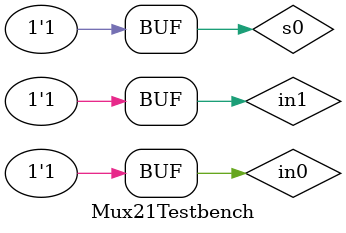
<source format=v>
module Mux21Testbench;

reg in0, in1, s0;
wire out;

Mux21 test (. out(out), .in0(in0), .in1(in1), .s0(s0) );

initial begin
	
		   in0 = 1'b0;	in1 = 1'b0;	s0 = 1'b0;
		#5 in0 = 1'b0;	in1 = 1'b1;	s0 = 1'b0;
		#5 in0 = 1'b1;	in1 = 1'b0;	s0 = 1'b0;
		#5 in0 = 1'b1;	in1 = 1'b1;	s0 = 1'b0;
		#5 in0 = 1'b0;	in1 = 1'b0;	s0 = 1'b1;
		#5 in0 = 1'b0;	in1 = 1'b1;	s0 = 1'b1;
		#5 in0 = 1'b1;	in1 = 1'b0;	s0 = 1'b1;
		#5 in0 = 1'b1;	in1 = 1'b1;	s0 = 1'b1;

end

initial begin

	$monitor ("Time: %0d, in0 = %b, in1 = %b, s0 = %b, Output = %.2b", $time, in0, in1, s0, out);
end

endmodule
</source>
